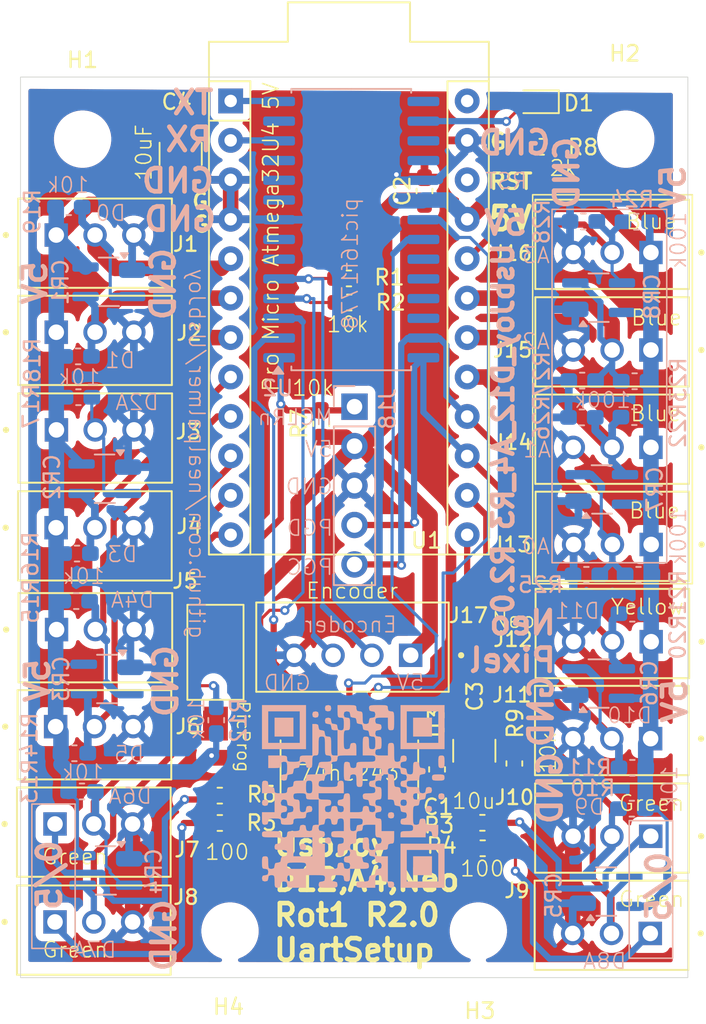
<source format=kicad_pcb>
(kicad_pcb (version 20241229) (generator "pcbnew") (generator_version "9.0")
  (layers (0 "F.Cu" signal) (2 "B.Cu" signal) (13 "F.Paste" user) (15 "B.Paste" user) (5 "F.SilkS" user "F.Silkscreen") (7 "B.SilkS" user "B.Silkscreen") (1 "F.Mask" user) (3 "B.Mask" user) (25 "Edge.Cuts" user))
  (net 0 "")
  (net 1 "/D2")
  (net 2 "GND")
  (net 3 "/V5")
  (net 4 "/D3")
  (net 5 "/D4")
  (net 6 "/D5")
  (net 7 "/D6")
  (net 8 "/D7")
  (net 9 "/D8")
  (net 10 "/D9")
  (net 11 "/D15")
  (net 12 "/D14")
  (net 13 "/D16")
  (net 14 "/D10")
  (net 15 "/A2")
  (net 16 "/A3")
  (net 17 "/RST")
  (net 18 "/RX")
  (net 19 "/A1")
  (net 20 "/TX")
  (net 21 "/A0")
  (net 28 "/ENC_B")
  (net 29 "/ENC_A")
  (net 34 "/ROUT_0")
  (net 35 "/ROUT_1")
  (net 36 "/ROUT_2")
  (net 37 "/ROUT_3")
  (net 38 "/MCLRn")
  (net 39 "/BOUT_0")
  (net 40 "/BOUT_1")
  (net 41 "/BOUT_2")
  (net 42 "/BOUT_3")
  (net 43 "/OUT_1")
  (net 44 "/OUT_0")
  (net 45 "/OUT_2")
  (net 46 "/OUT_3")
  (net 48 "Net-(D1-K)")
  (net 50 "Net-(D1-A)")
  (footprint "library:JST_B3B-XH-A" (layer "F.Cu") (at 129.12 75.055)
    (property "Reference" "J15")
    (property "Value" "B3B-XH-A")
  )
  (footprint "library:JST_B3B-XH-A" (layer "F.Cu") (at 129.0775 112.63)
    (property "Reference" "J9")
    (property "Value" "B3B-XH-A")
  )
  (footprint "library:JST_B3B-XH-A" (layer "F.Cu") (at 95.7625 100.36 180)
    (property "Reference" "J6")
    (property "Value" "B3B-XH-A")
  )
  (footprint "Capacitor_SMD:C_0603_1608Metric_Pad1.08x0.95mm_HandSolder" (layer "F.Cu") (at 120.76 106.03)
    (property "Reference" "R3")
    (property "Value" "100R 0603")
  )
  (footprint "Capacitor_SMD:C_0603_1608Metric_Pad1.08x0.95mm_HandSolder" (layer "F.Cu") (at 120.78 107.67)
    (property "Reference" "R4")
    (property "Value" "100R 0603")
  )
  (footprint "library:JST_B3B-XH-A" (layer "F.Cu") (at 95.8225 94.11 180)
    (property "Reference" "J5")
    (property "Value" "B3B-XH-A")
  )
  (footprint "library:JST_B3B-XH-A" (layer "F.Cu") (at 129.12 81.325)
    (property "Reference" "J14")
    (property "Value" "B3B-XH-A")
  )
  (footprint "library:JST_B4B-XH-A" (layer "F.Cu") (at 112.39 94.715)
    (property "Reference" "J17")
    (property "Value" "B4B-XH-A")
  )
  (footprint "MountingHole:MountingHole_3.2mm_M3" (layer "F.Cu") (at 120.4 113.01)
    (property "Reference" "H3")
    (property "Value" "MountingHole")
  )
  (footprint "LED_SMD:LED_0603_1608Metric" (layer "F.Cu") (at 124.2 59.59 180)
    (property "Reference" "D1")
    (property "Value" "LED")
  )
  (footprint "Capacitor_SMD:C_0603_1608Metric_Pad1.08x0.95mm_HandSolder" (layer "F.Cu") (at 112.1825 72.52 180)
    (property "Reference" "R2")
    (property "Value" "10k 0603")
  )
  (footprint "library:JST_B3B-XH-A" (layer "F.Cu") (at 95.8025 74.96 180)
    (property "Reference" "J2")
    (property "Value" "B3B-XH-A")
  )
  (footprint "Capacitor_SMD:C_0603_1608Metric_Pad1.08x0.95mm_HandSolder" (layer "F.Cu") (at 110.38 80.33 90)
    (property "Reference" "R7")
    (property "Value" "10k 0603")
  )
  (footprint "Capacitor_SMD:C_1210_3225Metric_Pad1.33x2.70mm_HandSolder" (layer "F.Cu") (at 120.24 101.39 90)
    (property "Reference" "C3")
    (property "Value" "100uF 1210")
  )
  (footprint "library:JST_B3B-XH-A" (layer "F.Cu") (at 129.1375 87.58)
    (property "Reference" "J13")
    (property "Value" "B3B-XH-A")
  )
  (footprint "library:JST_B3B-XH-A" (layer "F.Cu") (at 129.1375 93.84)
    (property "Reference" "J12")
    (property "Value" "B3B-XH-A")
  )
  (footprint "Capacitor_SMD:C_0603_1608Metric_Pad1.08x0.95mm_HandSolder" (layer "F.Cu") (at 122.82 102.21 90)
    (property "Reference" "R9")
    (property "Value" "10k 0603")
  )
  (footprint "Button_Switch_SMD:SW_SPST_FSMSM" (layer "F.Cu") (at 103.56 95.05 -90)
    (property "Reference" "SW1" (hide yes))
    (property "Value" "SW_Push/450-1140-ND")
  )
  (footprint "library:JST_B3B-XH-A" (layer "F.Cu") (at 95.8025 68.7 180)
    (property "Reference" "J1")
    (property "Value" "B3B-XH-A")
  )
  (footprint "Capacitor_SMD:C_0603_1608Metric_Pad1.08x0.95mm_HandSolder" (layer "F.Cu") (at 117.03 65.34 90)
    (property "Reference" "C2")
    (property "Value" "0.1uF 0603")
  )
  (footprint "library:JST_B3B-XH-A" (layer "F.Cu") (at 95.8125 81.25 180)
    (property "Reference" "J3")
    (property "Value" "B3B-XH-A")
  )
  (footprint "Capacitor_SMD:C_0603_1608Metric_Pad1.08x0.95mm_HandSolder" (layer "F.Cu") (at 103.84 104.28 180)
    (property "Reference" "R6")
    (property "Value" "100R 0603")
  )
  (footprint "library:JST_B3B-XH-A" (layer "F.Cu") (at 129.1 100.085)
    (property "Reference" "J11")
    (property "Value" "B3B-XH-A")
  )
  (footprint "Capacitor_SMD:C_0603_1608Metric_Pad1.08x0.95mm_HandSolder" (layer "F.Cu") (at 112.16 70.97 180)
    (property "Reference" "R1")
    (property "Value" "10k 0603")
  )
  (footprint "Package_SO:SO-14_3.9x8.65mm_P1.27mm" (layer "F.Cu") (at 112.19 102.6675 -90)
    (property "Reference" "U3")
    (property "Value" "CD74HC243M96")
  )
  (footprint "Capacitor_SMD:C_0603_1608Metric_Pad1.08x0.95mm_HandSolder" (layer "F.Cu") (at 103.8425 106.04 180)
    (property "Reference" "R5")
    (property "Value" "100R 0603")
  )
  (footprint "MountingHole:MountingHole_3.2mm_M3" (layer "F.Cu") (at 94.99 61.99)
    (property "Reference" "H1")
    (property "Value" "MountingHole")
  )
  (footprint "library:JST_B3B-XH-A" (layer "F.Cu") (at 129.12 68.775)
    (property "Reference" "J16")
    (property "Value" "B3B-XH-A")
  )
  (footprint "Capacitor_SMD:C_1210_3225Metric_Pad1.33x2.70mm_HandSolder" (layer "F.Cu") (at 101.32 62.94 -90)
    (property "Reference" "C4")
    (property "Value" "100uF 1210")
  )
  (footprint "Capacitor_SMD:C_0603_1608Metric_Pad1.08x0.95mm_HandSolder" (layer "F.Cu") (at 124.5825 62.49 180)
    (property "Reference" "R8")
    (property "Value" "1K 0603")
  )
  (footprint "library:JST_B3B-XH-A" (layer "F.Cu") (at 95.7225 106.63 180)
    (property "Reference" "J7")
    (property "Value" "B3B-XH-A")
  )
  (footprint "MountingHole:MountingHole_3.2mm_M3" (layer "F.Cu") (at 104.42 112.97)
    (property "Reference" "H4")
    (property "Value" "MountingHole")
  )
  (footprint "library:Sparkfun_Pro_Micro" (layer "F.Cu") (at 119.78 87.48 180)
    (property "Reference" "U1")
    (property "Value" "Sparkfun_Pro_Micro")
  )
  (footprint "library:JST_B3B-XH-A" (layer "F.Cu") (at 129.1075 106.37)
    (property "Reference" "J10")
    (property "Value" "B3B-XH-A")
  )
  (footprint "Capacitor_SMD:C_0603_1608Metric_Pad1.08x0.95mm_HandSolder" (layer "F.Cu") (at 117.84 102.59 90)
    (property "Reference" "C1")
    (property "Value" "0.1uF 0603")
  )
  (footprint "library:JST_B3B-XH-A" (layer "F.Cu") (at 95.7225 112.94 180)
    (property "Reference" "J8")
    (property "Value" "B3B-XH-A")
  )
  (footprint "MountingHole:MountingHole_3.2mm_M3" (layer "F.Cu") (at 130.01 61.95)
    (property "Reference" "H2")
    (property "Value" "MountingHole")
  )
  (footprint "library:JST_B3B-XH-A" (layer "F.Cu") (at 95.7925 87.55 180)
    (property "Reference" "J4")
    (property "Value" "B3B-XH-A")
  )
  (footprint "Package_TO_SOT_SMD:SOT-143_Handsoldering" (layer "B.Cu") (at 128.25 72.21)
    (property "Reference" "CR8")
    (property "Value" "DRTR5V0U2SR-7")
  )
  (footprint "library:github_qrcode" (layer "B.Cu") (at 112.44 104.33 180)
    (property "Reference" "G***" (hide yes))
    (property "Value" "LOGO" (hide yes))
  )
  (footprint "Capacitor_SMD:C_0603_1608Metric_Pad1.08x0.95mm_HandSolder" (layer "B.Cu") (at 127.19 77.55 180)
    (property "Reference" "R27")
    (property "Value" "100k 0603")
  )
  (footprint "Capacitor_SMD:C_0603_1608Metric_Pad1.08x0.95mm_HandSolder" (layer "B.Cu") (at 127.46 90.06 180)
    (property "Reference" "R25")
    (property "Value" "100k 0603")
  )
  (footprint "Package_TO_SOT_SMD:SOT-143_Handsoldering" (layer "B.Cu") (at 128.73 110.46)
    (property "Reference" "CR5")
    (property "Value" "DRTR5V0U2SR-7")
  )
  (footprint "Capacitor_SMD:C_0603_1608Metric_Pad1.08x0.95mm_HandSolder" (layer "B.Cu") (at 127.27 67.3 180)
    (property "Reference" "R28")
    (property "Value" "100k 0603")
  )
  (footprint "Capacitor_SMD:C_0603_1608Metric_Pad1.08x0.95mm_HandSolder" (layer "B.Cu") (at 94.71 75.99)
    (property "Reference" "R18")
    (property "Value" "10k 0603")
  )
  (footprint "Capacitor_SMD:C_0603_1608Metric_Pad1.08x0.95mm_HandSolder" (layer "B.Cu") (at 94.73 78.62)
    (property "Reference" "R17")
    (property "Value" "10k 0603")
  )
  (footprint "Package_TO_SOT_SMD:SOT-143_Handsoldering" (layer "B.Cu") (at 128.45 84.56)
    (property "Reference" "CR7")
    (property "Value" "DRTR5V0U2SR-7")
  )
  (footprint "Capacitor_SMD:C_0603_1608Metric_Pad1.08x0.95mm_HandSolder" (layer "B.Cu") (at 94.11 66.38)
    (property "Reference" "R19")
    (property "Value" "10k 0603")
  )
  (footprint "Capacitor_SMD:C_0603_1608Metric_Pad1.08x0.95mm_HandSolder" (layer "B.Cu") (at 130.55 79.9 180)
    (property "Reference" "R22")
    (property "Value" "100k 0603")
  )
  (footprint "Package_TO_SOT_SMD:SOT-143_Handsoldering" (layer "B.Cu") (at 128.25 97.06)
    (property "Reference" "CR6")
    (property "Value" "DRTR5V0U2SR-7")
  )
  (footprint "Capacitor_SMD:C_0603_1608Metric_Pad1.08x0.95mm_HandSolder" (layer "B.Cu") (at 94.64 88.69)
    (property "Reference" "R16")
    (property "Value" "10k 0603")
  )
  (footprint "Capacitor_SMD:C_0603_1608Metric_Pad1.08x0.95mm_HandSolder" (layer "B.Cu") (at 127.17 79.92 180)
    (property "Reference" "R26")
    (property "Value" "100k 0603")
  )
  (footprint "Capacitor_SMD:C_0603_1608Metric_Pad1.08x0.95mm_HandSolder" (layer "B.Cu") (at 94.59 91.75)
    (property "Reference" "R15")
    (property "Value" "10k 0603")
  )
  (footprint "Capacitor_SMD:C_0603_1608Metric_Pad1.08x0.95mm_HandSolder" (layer "B.Cu") (at 130.82 90.06 180)
    (property "Reference" "R21")
    (property "Value" "100k 0603")
  )
  (footprint "Capacitor_SMD:C_0603_1608Metric_Pad1.08x0.95mm_HandSolder" (layer "B.Cu") (at 130.4225 102.49 180)
    (property "Reference" "R11")
    (property "Value" "10k 0603")
  )
  (footprint "Capacitor_SMD:C_0603_1608Metric_Pad1.08x0.95mm_HandSolder" (layer "B.Cu") (at 130.57 77.59 180)
    (property "Reference" "R23")
    (property "Value" "100k 0603")
  )
  (footprint "Package_TO_SOT_SMD:SOT-143_Handsoldering" (layer "B.Cu") (at 96.69 71.1875 180)
    (property "Reference" "CR1")
    (property "Value" "DRTR5V0U2SR-7")
  )
  (footprint "Connector_PinSocket_2.54mm:PinSocket_1x05_P2.54mm_Vertical" (layer "B.Cu") (at 112.52 79.23 180)
    (property "Reference" "J18")
    (property "Value" "Conn_01x05")
  )
  (footprint "Package_SO:SOIC-28W_7.5x17.9mm_P1.27mm" (layer "B.Cu") (at 112.31 67.825)
    (property "Reference" "U2")
    (property "Value" "PIC16F76-ISO")
  )
  (footprint "Capacitor_SMD:C_0603_1608Metric_Pad1.08x0.95mm_HandSolder" (layer "B.Cu") (at 130.39 105.12 180)
    (property "Reference" "R10")
    (property "Value" "10k 0603")
  )
  (footprint "Package_TO_SOT_SMD:SOT-143_Handsoldering" (layer "B.Cu") (at 96.58 96.7675 180)
    (property "Reference" "CR3")
    (property "Value" "DRTR5V0U2SR-7")
  )
  (footprint "Capacitor_SMD:C_0603_1608Metric_Pad1.08x0.95mm_HandSolder" (layer "B.Cu") (at 103.61 99.42 90)
    (property "Reference" "R12")
    (property "Value" "10k 0603")
  )
  (footprint "Capacitor_SMD:C_0603_1608Metric_Pad1.08x0.95mm_HandSolder" (layer "B.Cu") (at 130.68 67.32 180)
    (property "Reference" "R24")
    (property "Value" "100k 0603")
  )
  (footprint "Package_TO_SOT_SMD:SOT-143_Handsoldering" (layer "B.Cu") (at 96.5 109.0975 180)
    (property "Reference" "CR4")
    (property "Value" "DRTR5V0U2SR-7")
  )
  (footprint "Capacitor_SMD:C_0603_1608Metric_Pad1.08x0.95mm_HandSolder" (layer "B.Cu") (at 94.96 104.01)
    (property "Reference" "R13")
    (property "Value" "10k 0603")
  )
  (footprint "Capacitor_SMD:C_0603_1608Metric_Pad1.08x0.95mm_HandSolder" (layer "B.Cu") (at 94.47 101.55)
    (property "Reference" "R14")
    (property "Value" "10k 0603")
  )
  (footprint "Capacitor_SMD:C_0603_1608Metric_Pad1.08x0.95mm_HandSolder" (layer "B.Cu") (at 130.42 92.56 180)
    (property "Reference" "R20")
    (property "Value" "10k 0603")
  )
  (footprint "Package_TO_SOT_SMD:SOT-143_Handsoldering" (layer "B.Cu") (at 96.43 83.87 180)
    (property "Reference" "CR2")
    (property "Value" "DRTR5V0U2SR-7")
  )
  (gr_rect (start 124 65.58) (end 134.29 90.63) (stroke (width 0.1)) (fill no) (layer "F.SilkS"))
  (gr_rect (start 130.22 105.89) (end 133.02 114.75) (stroke (width 0.1)) (fill no) (layer "B.SilkS"))
  (gr_rect (start 91.73 104.82) (end 94.52 114.12) (stroke (width 0.1)) (fill no) (layer "B.SilkS"))
  (gr_rect (start 125.25 66.52) (end 132.64 89.28) (stroke (width 0.1)) (fill no) (layer "B.SilkS"))
  (gr_rect (start 91 58) (end 134 116) (stroke (width 0.05)) (fill no) (layer "Edge.Cuts"))
  (gr_text "100" (at 119.26 109.57 0) (layer "F.SilkS") (effects (font (size 1 1) (thickness 0.1)) (justify left bottom)))
  (gr_text "G" (at 121.14 62.74 0) (layer "F.SilkS") (effects (font (size 1 1) (thickness 0.2) (bold yes)) (justify left bottom)))
  (gr_text "Pro Micro Atmega32U4 5V" (at 107.72 78.34 90) (layer "F.SilkS") (effects (font (size 1 1) (thickness 0.1)) (justify left bottom)))
  (gr_text "Encoder" (at 109.33 91.67 0) (layer "F.SilkS") (effects (font (size 1 1) (thickness 0.1)) (justify left bottom)))
  (gr_text "PicProg" (at 104.88 98.11 270) (layer "F.SilkS") (effects (font (size 0.8 0.8) (thickness 0.1)) (justify left bottom)))
  (gr_text "Neo" (at 121.3 93.56 0) (layer "F.SilkS") (effects (font (size 1 1) (thickness 0.1)) (justify left bottom)))
  (gr_text "100" (at 102.82 108.5 0) (layer "F.SilkS") (effects (font (size 1 1) (thickness 0.1)) (justify left bottom)))
  (gr_text "Blue" (at 130.14 86.51 0) (layer "F.SilkS") (effects (font (size 1 1) (thickness 0.1)) (justify left bottom)))
  (gr_text "10uF" (at 99.53 64.76 90) (layer "F.SilkS") (effects (font (size 1 1) (thickness 0.1)) (justify left bottom)))
  (gr_text "G" (at 101.95 66.6 0) (layer "F.SilkS") (effects (font (size 1 1) (thickness 0.2) (bold yes)) (justify left bottom)))
  (gr_text "Yellow" (at 128.97 92.7 0) (layer "F.SilkS") (effects (font (size 1 1) (thickness 0.1)) (justify left bottom)))
  (gr_text "10u" (at 118.74 105.21 0) (layer "F.SilkS") (effects (font (size 1 1) (thickness 0.1)) (justify left bottom)))
  (gr_text "Green" (at 129.48 111.53 0) (layer "F.SilkS") (effects (font (size 1 1) (thickness 0.1)) (justify left bottom)))
  (gr_text "Blue" (at 130.27 74.08 0) (layer "F.SilkS") (effects (font (size 1 1) (thickness 0.1)) (justify left bottom)))
  (gr_text "Blue" (at 130.23 80.25 0) (layer "F.SilkS") (effects (font (size 1 1) (thickness 0.1)) (justify left bottom)))
  (gr_text "UsbJoy\nD12,A4,Neo\nRot1 R2.0\nUartSetup" (at 107.18 115.04 0) (layer "F.SilkS") (effects (font (size 1.4 1.4) (thickness 0.3) (bold yes)) (justify left bottom)))
  (gr_text "Blue" (at 129.93 67.88 0) (layer "F.SilkS") (effects (font (size 1 1) (thickness 0.1)) (justify left bottom)))
  (gr_text "G" (at 101.99 68.07 0) (layer "F.SilkS") (effects (font (size 1 1) (thickness 0.2) (bold yes)) (justify left bottom)))
  (gr_text "Green" (at 129.48 105.35 0) (layer "F.SilkS") (effects (font (size 1 1) (thickness 0.1)) (justify left bottom)))
  (gr_text "10k" (at 110.66 74.52 0) (layer "F.SilkS") (effects (font (size 1 1) (thickness 0.1)) (justify left bottom)))
  (gr_text "Green" (at 92.34 114.79 0) (layer "F.SilkS") (effects (font (size 1 1) (thickness 0.1)) (justify left bottom)))
  (gr_text "74hc243" (at 108.83 103.4 0) (layer "F.SilkS") (effects (font (size 1 1) (thickness 0.1)) (justify left bottom)))
  (gr_text "RST" (at 121.12 65.31 0) (layer "F.SilkS") (effects (font (size 1 1) (thickness 0.2) (bold yes)) (justify left bottom)))
  (gr_text "Green" (at 92.33 108.79 0) (layer "F.SilkS") (effects (font (size 1 1) (thickness 0.1)) (justify left bottom)))
  (gr_text "10k" (at 125.58 102.93 90) (layer "F.SilkS") (effects (font (size 1 1) (thickness 0.1)) (justify left bottom)))
  (gr_text "5V" (at 121.01 68 0) (layer "F.SilkS") (effects (font (size 1.5 1.5) (thickness 0.3) (bold yes)) (justify left bottom)))
  (gr_text "10k" (at 108.43 78.61 0) (layer "F.SilkS") (effects (font (size 1 1) (thickness 0.1)) (justify left bottom)))
  (gr_text "2k" (at 125.02 64.45 0) (layer "F.SilkS") (effects (font (size 1 1) (thickness 0.1)) (justify left bottom)))
  (gr_text "RX" (at 103.5 62.9 0) (layer "B.SilkS") (effects (font (size 1.5 1.5) (thickness 0.3) (bold yes)) (justify left bottom mirror)))
  (gr_text "GND" (at 109.78 97.61 0) (layer "B.SilkS") (effects (font (size 1 1) (thickness 0.1)) (justify left bottom mirror)))
  (gr_text "GND" (at 101.07 68.85 90) (layer "B.SilkS") (effects (font (size 1.5 1.5) (thickness 0.3) (bold yes)) (justify left bottom mirror)))
  (gr_text "GND" (at 101.23 94.42 90) (layer "B.SilkS") (effects (font (size 1.5 1.5) (thickness 0.3) (bold yes)) (justify left bottom mirror)))
  (gr_text "D11" (at 128.39 92.97 0) (layer "B.SilkS") (effects (font (size 1 1) (thickness 0.1)) (justify left bottom mirror)))
  (gr_text "Neo\nPixel" (at 125.65 96.44 0) (layer "B.SilkS") (effects (font (size 1.5 1.5) (thickness 0.3) (bold yes)) (justify left bottom mirror)))
  (gr_text "D2A" (at 99.98 79.53 0) (layer "B.SilkS") (effects (font (size 1 1) (thickness 0.1)) (justify left bottom mirror)))
  (gr_text "5V" (at 133.93 63.52 90) (layer "B.SilkS") (effects (font (size 1.5 1.5) (thickness 0.3) (bold yes)) (justify left bottom mirror)))
  (gr_text "10k" (at 95.48 65.54 0) (layer "B.SilkS") (effects (font (size 1 1) (thickness 0.1)) (justify left bottom mirror)))
  (gr_text "D3" (at 98.6 89.32 0) (layer "B.SilkS") (effects (font (size 1 1) (thickness 0.1)) (justify left bottom mirror)))
  (gr_text "TX" (at 103.59 60.52 0) (layer "B.SilkS") (effects (font (size 1.5 1.5) (thickness 0.3) (bold yes)) (justify left bottom mirror)))
  (gr_text "D10" (at 131.77 99.7 0) (layer "B.SilkS") (effects (font (size 1 1) (thickness 0.1)) (justify left bottom mirror)))
  (gr_text "D9" (at 128.68 105.59 0) (layer "B.SilkS") (effects (font (size 1 1) (thickness 0.1)) (justify left bottom mirror)))
  (gr_text "GND" (at 125.42 96.36 90) (layer "B.SilkS") (effects (font (size 1.5 1.5) (thickness 0.3) (bold yes)) (justify left bottom mirror)))
  (gr_text "10k" (at 133.4 102.28 90) (layer "B.SilkS") (effects (font (size 1 1) (thickness 0.1)) (justify left bottom mirror)))
  (gr_text "D1" (at 98.46 76.83 0) (layer "B.SilkS") (effects (font (size 1 1) (thickness 0.1)) (justify left bottom mirror)))
  (gr_text "10k" (at 102.92 97.94 90) (layer "B.SilkS") (effects (font (size 1 1) (thickness 0.1)) (justify left bottom mirror)))
  (gr_text "100k" (at 133.97 85.7 90) (layer "B.SilkS") (effects (font (size 1 1) (thickness 0.1)) (justify left bottom mirror)))
  (gr_text "Encoder" (at 115.32 93.85 0) (layer "B.SilkS") (effects (font (size 1 1) (thickness 0.1)) (justify left bottom mirror)))
  (gr_text "GND" (at 125.31 63.11 0) (layer "B.SilkS") (effects (font (size 1.5 1.5) (thickness 0.3) (bold yes)) (justify left bottom mirror)))
  (gr_text "10k" (at 96.21 77.92 0) (layer "B.SilkS") (effects (font (size 1 1) (thickness 0.1)) (justify left bottom mirror)))
  (gr_text "GND" (at 126 101.31 90) (layer "B.SilkS") (effects (font (size 1.5 1.5) (thickness 0.3) (bold yes)) (justify left bottom mirror)))
  (gr_text "5V" (at 92.98 95.32 90) (layer "B.SilkS") (effects (font (size 1.5 1.5) (thickness 0.3) (bold yes)) (justify left bottom mirror)))
  (gr_text "A2" (at 125.18 75.61 0) (layer "B.SilkS") (effects (font (size 1 1) (thickness 0.1)) (justify left bottom mirror)))
  (gr_text "GND" (at 101.11 110.79 90) (layer "B.SilkS") (effects (font (size 1.5 1.5) (thickness 0.3) (bold yes)) (justify left bottom mirror)))
  (gr_text "5V" (at 123.82 68.28 0) (layer "B.SilkS") (effects (font (size 1.5 1.5) (thickness 0.3) (bold yes)) (justify left bottom mirror)))
  (gr_text "5V" (at 117.09 97.57 0) (layer "B.SilkS") (effects (font (size 1 1) (thickness 0.1)) (justify left bottom mirror)))
  (gr_text "0/5" (at 93.74 106.99 90) (layer "B.SilkS") (effects (font (size 1.5 1.5) (thickness 0.3) (bold yes)) (justify left bottom mirror)))
  (gr_text "UsbJoy_D12_A4_R3 R2.0" (at 122.86 68.56 90) (layer "B.SilkS") (effects (font (size 1.3 1.3) (thickness 0.3) (bold yes)) (justify left bottom mirror)))
  (gr_text "RST" (at 123.72 65.28 0) (layer "B.SilkS") (effects (font (size 1 1) (thickness 0.1)) (justify left bottom mirror)))
  (gr_text "D6A" (at 99.54 104.88 0) (layer "B.SilkS") (effects (font (size 1 1) (thickness 0.1)) (justify left bottom mirror)))
  (gr_text "MCLRn" (at 111.19 80.5 0) (layer "B.SilkS") (effects (font (size 1 1) (thickness 0.1)) (justify left bottom mirror)))
  (gr_text "A1" (at 125.25 82.58 0) (layer "B.SilkS") (effects (font (size 1 1) (thickness 0.1)) (justify left bottom mirror)))
  (gr_text "pic16f1778" (at 112.82 65.7 90) (layer "B.SilkS") (effects (font (size 1 1) (thickness 0.1)) (justify left bottom mirror)))
  (gr_text "5V" (at 111.19 82.55 0) (layer "B.SilkS") (effects (font (size 1 1) (thickness 0.1)) (justify left bottom mirror)))
  (gr_text "D8A\n" (at 130.11 115.52 0) (layer "B.SilkS") (effects (font (size 1 1) (thickness 0.1)) (justify left bottom mirror)))
  (gr_text "PGD" (at 111.21 87.63 0) (layer "B.SilkS") (effects (font (size 1 1) (thickness 0.1)) (justify left bottom mirror)))
  (gr_text "10k" (at 96.44 103.37 0) (layer "B.SilkS") (effects (font (size 1 1) (thickness 0.1)) (justify left bottom mirror)))
  (gr_text "0/5" (at 133.01 107.73 90) (layer "B.SilkS") (effects (font (size 1.5 1.5) (thickness 0.3) (bold yes)) (justify left bottom mirror)))
  (gr_text "github.com/nealpalmer/UsbJoy" (at 101.77 94.25 270) (layer "B.SilkS") (effects (font (size 1 1) (thickness 0.1)) (justify left bottom mirror)))
  (gr_text "D0" (at 97.85 67.35 0) (layer "B.SilkS") (effects (font (size 1 1) (thickness 0.1)) (justify left bottom mirror)))
  (gr_text "A0" (at 125.18 88.81 0) (layer "B.SilkS") (effects (font (size 1 1) (thickness 0.1)) (justify left bottom mirror)))
  (gr_text "GND" (at 103.77 68.03 0) (layer "B.SilkS") (effects (font (size 1.5 1.5) (thickness 0.3) (bold yes)) (justify left bottom mirror)))
  (gr_text "D4A" (at 99.69 92.26 0) (layer "B.SilkS") (effects (font (size 1 1) (thickness 0.1)) (justify left bottom mirror)))
  (gr_text "GND" (at 103.62 65.56 0) (layer "B.SilkS") (effects (font (size 1.5 1.5) (thickness 0.3) (bold yes)) (justify left bottom mirror)))
  (gr_text "100k" (at 133.97 66.62 90) (layer "B.SilkS") (effects (font (size 1 1) (thickness 0.1)) (justify left bottom mirror)))
  (gr_text "10k" (at 96.5 90.73 0) (layer "B.SilkS") (effects (font (size 1 1) (thickness 0.1)) (justify left bottom mirror)))
  (gr_text "5V" (at 134.03 96.63 90) (layer "B.SilkS") (effects (font (size 1.5 1.5) (thickness 0.3) (bold yes)) (justify left bottom mirror)))
  (gr_text "D7A" (at 97.25 114.8 0) (layer "B.SilkS") (effects (font (size 1 1) (thickness 0.1)) (justify left bottom mirror)))
  (gr_text "5V" (at 92.79 69.7 90) (layer "B.SilkS") (effects (font (size 1.5 1.5) (thickness 0.3) (bold yes)) (justify left bottom mirror)))
  (gr_text "GND" (at 127.08 61.69 90) (layer "B.SilkS") (effects (font (size 1.5 1.5) (thickness 0.3) (bold yes)) (justify left bottom mirror)))
  (gr_text "PGC" (at 111.21 90.15 0) (layer "B.SilkS") (effects (font (size 1 1) (thickness 0.1)) (justify left bottom mirror)))
  (gr_text "GND" (at 111.19 84.96 0) (layer "B.SilkS") (effects (font (size 1 1) (thickness 0.1)) (justify left bottom mirror)))
  (gr_text "100k" (at 130.403733 79.39 0) (layer "B.SilkS") (effects (font (size 1 1) (thickness 0.1)) (justify left bottom mirror)))
  (gr_text "D5" (at 99.04 102.19 0) (layer "B.SilkS") (effects (font (size 1 1) (thickness 0.1)) (justify left bottom mirror)))
  (gr_text "A3" (at 125.18 70.07 0) (layer "B.SilkS") (effects (font (size 1 1) (thickness 0.1)) (justify left bottom mirror)))
  (segment (start 103.92 70.32) (end 97.09 70.32) (width 1) (layer "F.Cu") (net 1))
  (segment (start 97.09 70.32) (end 95.8025 69.0325) (width 1) (layer "F.Cu") (net 1))
  (segment (start 104.54 69.7) (end 103.92 70.32) (width 1) (layer "F.Cu") (net 1))
  (segment (start 95.8025 69.0325) (end 95.8025 68.175) (width 1) (layer "F.Cu") (net 1))
  (segment (start 98.19 72.1375) (end 96.9375 72.1375) (width 0.5) (layer "B.Cu") (net 1))
  (segment (start 94.9725 67.345) (end 94.9725 66.38) (width 0.5) (layer "B.Cu") (net 1))
  (segment (start 95.8025 68.175) (end 94.9725 67.345) (width 0.5) (layer "B.Cu") (net 1))
  (segment (start 96.78 71.98) (end 96.78 69.1525) (width 0.2) (layer "B.Cu") (net 1))
  (segment (start 96.78 69.1525) (end 95.8025 68.175) (width 0.5) (layer "B.Cu") (net 1))
  (segment (start 96.9375 72.1375) (end 96.78 71.98) (width 0.2) (layer "B.Cu") (net 1))
  (segment (start 117.535 101.7275) (end 116 100.1925) (width 0.2) (layer "F.Cu") (net 2))
  (segment (start 115.22 64.28) (end 116.8325 64.28) (width 0.2) (layer "F.Cu") (net 2))
  (segment (start 114.73 106.117499) (end 115.451501 106.839) (width 0.4) (layer "F.Cu") (net 2))
  (segment (start 116.8325 64.28) (end 117.03 64.4775) (width 0.2) (layer "F.Cu") (net 2))
  (segment (start 108.38 101.167499) (end 108.940001 101.7275) (width 0.2) (layer "F.Cu") (net 2))
  (segment (start 114.73 105.1425) (end 114.73 106.117499) (width 0.2) (layer "F.Cu") (net 2))
  (segment (start 126.87 107.06) (end 126.5775 107.3525) (width 0.2) (layer "F.Cu") (net 2))
  (segment (start 98.28 106.2) (end 98.2225 106.2575) (width 0.2) (layer "F.Cu") (net 2))
  (segment (start 126.6075 106.895) (end 126.705 106.895) (width 0.2) (layer "F.Cu") (net 2))
  (segment (start 119.88 62.08) (end 119.93 62.13) (width 0.2) (layer "F.Cu") (net 2))
  (segment (start 98.2225 106.2575) (end 98.2225 112.415) (width 1) (layer "F.Cu") (net 2))
  (segment (start 108.940001 101.7275) (end 117.84 101.7275) (width 0.2) (layer "F.Cu") (net 2))
  (segment (start 114.73 105.1425) (end 114.73 104.76) (width 0.2) (layer "F.Cu") (net 2))
  (segment (start 98.2225 106.105) (end 98.2225 106.1425) (width 0.2) (layer "F.Cu") (net 2))
  (segment (start 98.2225 106.1425) (end 98.28 106.2) (width 0.2) (layer "F.Cu") (net 2))
  (segment (start 108.38 100.1925) (end 108.38 101.167499) (width 0.2) (layer "F.Cu") (net 2))
  (segment (start 126.5775 107.3525) (end 126.5775 113.155) (width 1) (layer "F.Cu") (net 2))
  (segment (start 117.84 101.7275) (end 117.535 101.7275) (width 0.2) (layer "F.Cu") (net 2))
  (segment (start 117.84 101.7275) (end 117.7625 101.7275) (width 0.2) (layer "F.Cu") (net 2))
  (segment (start 115.451501 106.839) (end 116.361 106.839) (width 0.2) (layer "F.Cu") (net 2))
  (segment (start 126.705 106.895) (end 126.87 107.06) (width 0.2) (layer "F.Cu") (net 2))
  (segment (start 104.54 64.62) (end 104.54 67.16) (width 1) (layer "F.Cu") (net 2))
  (segment (start 119.93 62.13) (end 119.93 62.03) (width 0.2) (layer "F.Cu") (net 2))
  (segment (start 119.78 62.08) (end 119.88 62.08) (width 0.2) (layer "F.Cu") (net 2))
  (via (at 115.22 64.28) (size 0.6) (drill 0.3) (layers "F.Cu" "B.Cu") (net 2))
  (segment (start 98.3125 87.005) (end 98.2925 87.025) (width 0.2) (layer "B.Cu") (net 2))
  (segment (start 98.19 68.2875) (end 98.3025 68.175) (width 0.2) (layer "B.Cu") (net 2))
  (segment (start 98.2225 99.875) (end 98.2625 99.835) (width 0.2) (layer "B.Cu") (net 2))
  (segment (start 126.6 106.8875) (end 126.6075 106.895) (width 0.2) (layer "B.Cu") (net 2))
  (segment (start 126.6375 94.365) (end 126.6375 88.105) (width 0.5) (layer "B.Cu") (net 2))
  (segment (start 98 108.3475) (end 98 106.3275) (width 0.5) (layer "B.Cu") (net 2))
  (segment (start 99.9775 95.24) (end 98.3225 93.585) (width 0.5) (layer "B.Cu") (net 2))
  (segment (start 119.78 62.08) (end 126.62 68.92) (width 0.5) (layer "B.Cu") (net 2))
  (segment (start 115.4125 64.4725) (end 115.4125 64.4775) (width 0.2) (layer "B.Cu") (net 2))
  (segment (start 126.6075 113.125) (end 126.5775 113.155) (width 0.2) (layer "B.Cu") (net 2))
  (segment (start 107.63 67.16) (end 107.66 67.19) (width 0.2) (layer "B.Cu") (net 2))
  (segment (start 119.615001 62.244999) (end 119.78 62.08) (width 0.5) (layer "B.Cu") (net 2))
  (segment (start 119.615001 62.854999) (end 119.615001 62.244999) (width 0.5) (layer "B.Cu") (net 2))
  (segment (start 98.3025 80.715) (end 98.3125 80.725) (width 0.2) (layer "B.Cu") (net 2))
  (segment (start 126.6 100.61) (end 126.6 106.8875) (width 0.5) (layer "B.Cu") (net 2))
  (segment (start 99.3175 67.16) (end 98.3025 68.175) (width 0.5) (layer "B.Cu") (net 2))
  (segment (start 104.54 67.16) (end 107.63 67.16) (width 0.5) (layer "B.Cu") (net 2))
  (segment (start 98.08 96.0175) (end 98.08 93.8275) (width 0.5) (layer "B.Cu") (net 2))
  (segment (start 126.62 88.0875) (end 126.6375 88.105) (width 0.2) (layer "B.Cu") (net 2))
  (segment (start 97.93 83.12) (end 97.93 81.1075) (width 0.5) (layer "B.Cu") (net 2))
  (segment (start 97.93 81.1075) (end 98.3125 80.725) (width 0.2) (layer "B.Cu") (net 2))
  (segment (start 98.2925 93.555) (end 98.3225 93.585) (width 0.2) (layer "B.Cu") (net 2))
  (segment (start 115.22 64.28) (end 115.4125 64.4725) (width 0.2) (layer "B.Cu") (net 2))
  (segment (start 104.54 67.16) (end 99.3175 67.16) (width 0.5) (layer "B.Cu") (net 2))
  (segment (start 126.62 68.92) (end 126.62 69.3) (width 0.2) (layer "B.Cu") (net 2))
  (segment (start 98.3025 74.435) (end 98.3025 80.715) (width 0.5) (layer "B.Cu") (net 2))
  (segment (start 98.3225 99.775) (end 98.2625 99.835) (width 0.2) (layer "B.Cu") (net 2))
  (segment (start 98.2925 87.025) (end 98.2925 93.555) (width 0.5) (layer "B.Cu") (net 2))
  (segment (start 126.5775 113.155) (end 126.5775 111.1425) (width 0.5) (layer "B.Cu") (net 2))
  (segment (start 117.984999 64.485001) (end 119.615001 62.854999) (width 0.5) (layer "B.Cu") (net 2))
  (segment (start 98 106.3275) (end 98.2225 106.105) (width 0.2) (layer "B.Cu") (net 2))
  (segment (start 126.4075 67.3) (end 126.4075 69.0875) (width 0.5) (layer "B.Cu") (net 2))
  (segment (start 98.19 70.4375) (end 98.19 68.2875) (width 0.5) (layer "B.Cu") (net 2))
  (segment (start 115.4125 64.4775) (end 115.24 64.65) (width 0.2) (layer "B.Cu") (net 2))
  (segment (start 117.984999 64.65) (end 117.984999 64.485001) (width 0.5) (layer "B.Cu") (net 2))
  (segment (start 126.6375 100.5725) (end 126.6 100.61) (width 0.2) (layer "B.Cu") (net 2))
  (segment (start 115.24 64.65) (end 116.96 64.65) (width 0.2) (layer "B.Cu") (net 2))
  (segment (start 126.4075 69.0875) (end 126.62 69.3) (width 0.2) (layer "B.Cu") (net 2))
  (segment (start 119.78 62.854999) (end 119.78 62.08) (width 0.2) (layer "B.Cu") (net 2))
  (segment (start 108.64 95.24) (end 99.9775 95.24) (width 0.5) (layer "B.Cu") (net 2))
  (segment (start 98.08 93.8275) (end 98.3225 93.585) (width 0.2) (layer "B.Cu") (net 2))
  (segment (start 116.96 64.65) (end 117.984999 64.65) (width 0.2) (layer "B.Cu") (net 2))
  (segment (start 119.34 102.9525) (end 118.84 103.4525) (width 0.2) (layer "F.Cu") (net 3))
  (segment (start 114.46 72.46) (end 114.46 80.392) (width 1) (layer "F.Cu") (net 3))
  (segment (start 115.2 65.94) (end 116.7675 65.94) (width 1) (layer "F.Cu") (net 3))
  (segment (start 119.86 67.2) (end 120.86 66.2) (width 1) (layer "F.Cu") (net 3))
  (segment (start 113.045 72.52) (end 113.045 70.9925) (width 0.2) (layer "F.Cu") (net 3))
  (segment (start 116 103.49) (end 115.26 102.75) (width 1) (layer "F.Cu") (net 3))
  (segment (start 96.51 66.21) (end 101.32 61.4) (width 1) (layer "F.Cu") (net 3))
  (segment (start 93.3025 68.175) (end 93.435 68.175) (width 1) (layer "F.Cu") (net 3))
  (segment (start 117.391 93.989) (end 116.14 95.24) (width 1) (layer "F.Cu") (net 3))
  (segment (start 108.23 102.75) (end 107.32 101.84) (width 1) (layer "F.Cu") (net 3))
  (segment (start 122.8225 103.0725) (end 122.7025 102.9525) (width 0.2) (layer "F.Cu") (net 3))
  (segment (start 115.26 102.75) (end 108.23 102.75) (width 1) (layer "F.Cu") (net 3))
  (segment (start 105.293699 92.176301) (end 105.293699 101.496301) (width 1) (layer "F.Cu") (net 3))
  (segment (start 114.46 80.392) (end 113.082 81.77) (width 1) (layer "F.Cu") (net 3))
  (segment (start 114.4 72.52) (end 114.46 72.46) (width 0.2) (layer "F.Cu") (net 3))
  (segment (start 113.045 70.9925) (end 113.0225 70.97) (width 0.2) (layer "F.Cu") (net 3))
  (segment (start 116 105.1425) (end 116 103.49) (width 1) (layer "F.Cu") (net 3))
  (segment (start 119.78 67.16) (end 119.82 67.16) (width 1) (layer "F.Cu") (net 3))
  (segment (start 114.46 66.68) (end 114.46 70.98) (width 1) (layer "F.Cu") (net 3))
  (segment (start 93.44 68.18) (end 94.047681 67.572319) (width 1) (layer "F.Cu") (net 3))
  (segment (start 115.2 65.94) (end 114.46 66.68) (width 1) (layer "F.Cu") (net 3))
  (segment (start 122.7025 102.9525) (end 120.24 102.9525) (width 0.2) (layer "F.Cu") (net 3))
  (segment (start 117.84 103.4525) (end 117.69 103.4525) (width 1) (layer "F.Cu") (net 3))
  (segment (start 107.32 101.84) (end 103.54 101.84) (width 1) (layer "F.Cu") (net 3))
  (segment (start 108.89 88.58) (end 105.293699 92.176301) (width 1) (layer "F.Cu") (net 3))
  (segment (start 117.69 103.4525) (end 116 105.1425) (width 1) (layer "F.Cu") (net 3))
  (segment (start 114.45 70.97) (end 114.46 70.98) (width 0.2) (layer "F.Cu") (net 3))
  (segment (start 94.047681 67.562319) (end 95.4 66.21) (width 1) (layer "F.Cu") (net 3))
  (segment (start 122.82 103.0725) (end 122.8225 103.0725) (width 0.2) (layer "F.Cu") (net 3))
  (segment (start 103.45 101.84) (end 103.31 101.7) (width 1) (layer "F.Cu") (net 3))
  (segment (start 94.047681 67.572319) (end 94.047681 67.562319) (width 1) (layer "F.Cu") (net 3))
  (segment (start 111.9425 81.1925) (end 112.52 81.77) (width 1) (layer "F.Cu") (net 3))
  (segment (start 105.293699 101.496301) (end 104.95 101.84) (width 1) (layer "F.Cu") (net 3))
  (segment (start 112.52 81.77) (end 108.89 85.4) (width 1) (layer "F.Cu") (net 3))
  (segment (start 95.4 66.21) (end 96.51 66.21) (width 1) (layer "F.Cu") (net 3))
  (segment (start 104.95 101.84) (end 103.54 101.84) (width 1) (layer "F.Cu") (net 3))
  (segment (start 120.86 66.2) (end 128.52 66.2) (width 1) (layer "F.Cu") (net 3))
  (segment (start 103.54 101.84) (end 103.45 101.84) (width 1) (layer "F.Cu") (net 3))
  (segment (start 112.915628 81.77) (end 117.391 86.245372) (width 1) (layer "F.Cu") (net 3))
  (segment (start 110.38 81.1925) (end 111.9425 81.1925) (width 1) (layer "F.Cu") (net 3))
  (segment (start 118.84 103.4525) (end 117.84 103.4525) (width 1) (layer "F.Cu") (net 3))
  (segment (start 119.82 67.16) (end 119.86 67.2) (width 1) (layer "F.Cu") (net 3))
  (segment (start 113.045 72.52) (end 114.4 72.52) (width 0.2) (layer "F.Cu") (net 3))
  (segment (start 113.0225 70.97) (end 114.45 70.97) (width 0.2) (layer "F.Cu") (net 3))
  (segment (start 116.7675 65.94) (end 117.03 66.2025) (width 1) (layer "F.Cu") (net 3))
  (segment (start 93.435 68.175) (end 93.44 68.18) (width 1) (layer "F.Cu") (net 3))
  (segment (start 128.52 66.2) (end 131.62 69.3) (width 1) (layer "F.Cu") (net 3))
  (segment (start 101.32 61.4) (end 101.32 61.3775) (width 1) (layer "F.Cu") (net 3))
  (segment (start 114.46 70.98) (end 114.46 72.46) (width 1) (layer "F.Cu") (net 3))
  (segment (start 120.24 102.9525) (end 119.34 102.9525) (width 0.2) (layer "F.Cu") (net 3))
  (segment (start 120.4325 67.16) (end 119.78 67.16) (width 0.2) (layer "F.Cu") (net 3))
  (segment (start 108.89 85.4) (end 108.89 88.58) (width 1) (layer "F.Cu") (net 3))
  (segment (start 117.391 86.245372) (end 117.391 93.989) (width 1) (layer "F.Cu") (net 3))
  (segment (start 112.52 81.77) (end 113.082 81.77) (width 1) (layer "F.Cu") (net 3))
  (segment (start 112.52 81.77) (end 112.915628 81.77) (width 1) (layer "F.Cu") (net 3))
  (via (at 115.2 65.94) (size 0.6) (drill 0.3) (layers "F.Cu" "B.Cu") (net 3))
  (via (at 103.31 101.7) (size 0.6) (drill 0.3) (layers "F.Cu" "B.Cu") (net 3))
  (segment (start 131.285 102.49) (end 131.285 100.925) (width 1) (layer "B.Cu") (net 3))
  (segment (start 93.6075 101.66) (end 93.6075 100.18) (width 1) (layer "B.Cu") (net 3))
  (segment (start 131.2525 102.5675) (end 131.2525 105.12) (width 1) (layer "B.Cu") (net 3))
  (segment (start 132.6625 108.9775) (end 132.6625 110.2175) (width 0.5) (layer "B.Cu") (net 3))
  (segment (start 94.6675 107.815) (end 94.6675 104.58) (width 0.2) (layer "B.Cu") (net 3))
  (segment (start 94.93 82.92) (end 93.3125 81.3025) (width 0.5) (layer "B.Cu") (net 3))
  (segment (start 132.6625 105.84) (end 132.6625 108.9775) (width 0.2) (layer "B.Cu") (net 3))
  (segment (start 131.5425 67.32) (end 131.5425 69.2225) (width 0.5) (layer "B.Cu") (net 3))
  (segment (start 131.285 100.925) (end 131.6 100.61) (width 0.2) (layer "B.Cu") (net 3))
  (segment (start 131.58 98.01) (end 131.6 98.03) (width 0.2) (layer "B.Cu") (net 3))
  (segment (start 93.3125 81.3025) (end 93.3125 80.725) (width 0.2) (layer "B.Cu") (net 3))
  (segment (start 131.5425 69.2225) (end 131.62 69.3) (width 0.2) (layer "B.Cu") (net 3))
  (segment (start 131.62 88.0875) (end 131.6375 88.105) (width 1) (layer "B.Cu") (net 3))
  (segment (start 129.75 73.16) (end 131.5 73.16) (width 0.5) (layer "B.Cu") (net 3))
  (segment (start 131.62 75.58) (end 131.62 81.85) (width 1) (layer "B.Cu") (net 3))
  (segment (start 94.6675 104.58) (end 94.0975 104.01) (width 0.2) (layer "B.Cu") (net 3))
  (segment (start 93.2625 93.645) (end 93.3225 93.585) (width 1) (layer "B.Cu") (net 3))
  (segment (start 131.62 73.28) (end 131.62 75.58) (width 1) (layer "B.Cu") (net 3))
  (segment (start 115.43 65.97) (end 115.23 65.97) (width 1) (layer "B.Cu") (net 3))
  (segment (start 131.54 85.51) (end 131.62 85.43) (width 0.2) (layer "B.Cu") (net 3))
  (segment (start 131.285 102.535) (end 131.2525 102.5675) (width 0.2) (layer "B.Cu") (net 3))
  (segment (start 129.95 85.51) (end 131.54 85.51) (width 0.5) (layer "B.Cu") (net 3))
  (segment (start 115.23 65.97) (end 115.2 65.94) (width 1) (layer "B.Cu") (net 3))
  (segment (start 93.2925 87.025) (end 93.2925 93.555) (width 1) (layer "B.Cu") (net 3))
  (segment (start 129.75 98.01) (end 131.58 98.01) (width 0.5) (layer "B.Cu") (net 3))
  (segment (start 118.54 65.92) (end 116.96 65.92) (width 1) (layer "B.Cu") (net 3))
  (segment (start 103.31 101.7) (end 103.3 101.71) (width 1) (layer "B.Cu") (net 3))
  (segment (start 93.3025 68.35) (end 95.19 70.2375) (width 1) (layer "B.Cu") (net 3))
  (segment (start 103.31 101.7) (end 102.26 102.75) (width 1) (layer "B.Cu") (net 3))
  (segment (start 131.6 98.03) (end 131.6 94.4025) (width 1) (layer "B.Cu") (net 3))
  (segment (start 103.61 100.2825) (end 103.61 101.4) (width 0.4) (layer "B.Cu") (net 3))
  (segment (start 131.47 111.41) (end 130.23 111.41) (width 0.5) (layer "B.Cu") (net 3))
  (segment (start 131.62 85.43) (end 131.62 88.0875) (width 1) (layer "B.Cu") (net 3))
  (segment (start 93.6075 100.18) (end 93.2625 99.835) (width 0.2) (layer "B.Cu") (net 3))
  (segment (start 93.2925 93.555) (end 93.3225 93.585) (width 1) (layer "B.Cu") (net 3))
  (segment (start 132.6625 110.2175) (end 131.47 111.41) (width 0.5) (layer "B.Cu") (net 3))
  (segment (start 131.2525 105.12) (end 131.9425 105.12) (width 0.5) (layer "B.Cu") (net 3))
  (segment (start 93.3125 80.725) (end 93.3125 87.005) (width 1) (layer "B.Cu") (net 3))
  (segment (start 102.26 102.75) (end 94.0975 102.75) (width 1) (layer "B.Cu") (net 3))
  (segment (start 131.5 73.16) (end 131.62 73.28) (width 0.2) (layer "B.Cu") (net 3))
  (segment (start 93.3125 87.005) (end 93.2925 87.025) (width 1) (layer "B.Cu") (net 3))
  (segment (start 93.2625 99.835) (end 93.2625 95.94) (width 1) (layer "B.Cu") (net 3))
  (segment (start 131.285 102.49) (end 131.285 102.535) (width 0.2) (layer "B.Cu") (net 3))
  (segment (start 103.61 101.4) (end 103.31 101.7) (width 0.2) (layer "B.Cu") (net 3))
  (segment (start 131.6 94.4025) (end 131.6375 94.365) (width 1) (layer "B.Cu") (net 3))
  (segment (start 93.6075 102.26) (end 94.0975 102.75) (width 1) (layer "B.Cu") (net 3))
  (segment (start 131.6 100.61) (end 131.6 98.03) (width 1) (layer "B.Cu") (net 3))
  (segment (start 116.91 65.97) (end 115.43 65.97) (width 1) (layer "B.Cu") (net 3))
  (segment (start 95 108.1475) (end 94.6675 107.815) (width 0.5) (layer "B.Cu") (net 3))
  (segment (start 93.3025 66.435) (end 93.2475 66.38) (width 1) (layer "B.Cu") (net 3))
  (segment (start 93.6075 101.66) (end 93.6075 102.26) (width 0.2) (layer "B.Cu") (net 3))
  (segment (start 93.2625 95.94) (end 93.2625 93.645) (width 1) (layer "B.Cu") (net 3))
  (segment (start 93.3025 74.435) (end 93.3025 68.175) (width 1) (layer "B.Cu") (net 3))
  (segment (start 131.62 81.85) (end 131.62 85.43) (width 1) (layer "B.Cu") (net 3))
  (segment (start 93.3025 68.175) (end 93.3025 68.35) (width 1) (layer "B.Cu") (net 3))
  (segment (start 94.0975 104.01) (end 94.0975 102.75) (width 1) (layer "B.Cu") (net 3))
  (segment (start 131.62 69.3) (end 131.62 73.28) (width 1) (layer "B.Cu") (net 3))
  (segment (start 93.385 95.8175) (end 93.2625 95.94) (width 0.2) (layer "B.Cu") (net 3))
  (segment (start 119.78 67.16) (end 118.54 65.92) (width 1) (layer "B.Cu") (net 3))
  (segment (start 131.6375 88.105) (end 131.6375 94.365) (width 1) (layer "B.Cu") (net 3))
  (segment (start 131.9425 105.12) (end 132.6625 105.84) (width 0.2) (layer "B.Cu") (net 3))
  (segment (start 93.3025 80.715) (end 93.3125 80.725) (width 1) (layer "B.Cu") (net 3))
  (segment (start 95.08 95.8175) (end 93.385 95.8175) (width 0.2) (layer "B.Cu") (net 3))
  (segment (start 93.3025 68.175) (end 93.3025 66.435) (width 1) (layer "B.Cu") (net 3))
  (segment (start 93.3025 74.435) (end 93.3025 80.715) (width 1) (layer "B.Cu") (net 3))
  (segment (start 95.8025 73.7375) (end 95.8025 74.435) (width 1) (layer "F.Cu") (net 4))
  (segment (start 97.3 72.24) (end 95.8025 73.7375) (width 1) (layer "F.Cu") (net 4))
  (segment (start 104.54 72.24) (end 97.3 72.24) (width 1) (layer "F.Cu") (net 4))
  (segment (start 95.8025 72.75) (end 95.8025 74.435) (width 0.5) (layer "B.Cu") (net 4))
  (segment (start 95.5725 75.99) (end 95.5725 74.665) (width 0.5) (layer "B.Cu") (net 4))
  (segment (start 95.5725 74.665) (end 95.8025 74.435) (width 0.2) (layer "B.Cu") (net 4))
  (segment (start 95.19 72.1375) (end 95.8025 72.75) (width 0.5) (layer "B.Cu") (net 4))
  (segment (start 104.54 74.78) (end 100.91 74.78) (width 1) (layer "F.Cu") (net 5))
  (segment (start 100.91 74.78) (end 95.8125 79.8775) (width 1) (layer "F.Cu") (net 5))
  (segment (start 95.8125 79.8775) (end 95.8125 80.725) (width 1) (layer "F.Cu") (net 5))
  (segment (start 95.5925 78.62) (end 95.5925 80.505) (width 0.2) (layer "B.Cu") (net 5))
  (segment (start 96.36 84.64) (end 96.36 81.2725) (width 0.2) (layer "B.Cu") (net 5))
  (segment (start 97.93 84.82) (end 96.54 84.82) (width 0.5) (layer "B.Cu") (net 5))
  (segment (start 95.5925 80.505) (end 95.8125 80.725) (width 0.2) (layer "B.Cu") (net 5))
  (segment (start 96.36 81.2725) (end 95.8125 80.725) (width 0.2) (layer "B.Cu") (net 5))
  (segment (start 96.54 84.82) (end 96.36 84.64) (width 0.2) (layer "B.Cu") (net 5))
  (segment (start 95.6525 80.885) (end 95.8125 80.725) (width 0.2) (layer "B.Cu") (net 5))
  (segment (start 104.54 77.32) (end 95.7925 86.0675) (width 0.4) (layer "F.Cu") (net 6))
  (segment (start 95.7925 86.0675) (end 95.7925 87.025) (width 0.4) (layer "F.Cu") (net 6))
  (segment (start 95.5025 88.69) (end 95.5025 87.315) (width 0.5) (layer "B.Cu") (net 6))
  (segment (start 95.5025 87.315) (end 95.7925 87.025) (width 0.2) (layer "B.Cu") (net 6))
  (segment (start 94.93 84.82) (end 95.7925 85.6825) (width 0.5) (layer "B.Cu") (net 6))
  (segment (start 95.7925 85.6825) (end 95.7925 87.025) (width 0.5) (layer "B.Cu") (net 6))
  (segment (start 96.33 88.94) (end 96.95 88.32) (width 0.4) (layer "F.Cu") (net 7))
  (segment (start 95.8225 93.585) (end 96.33 93.0775) (width 0.4) (layer "F.Cu") (net 7))
  (segment (start 97 88.28) (end 97 86.54) (width 0.4) (layer "F.Cu") (net 7))
  (segment (start 96.96 88.32) (end 97 88.28) (width 0.4) (layer "F.Cu") (net 7))
  (segment (start 97 86.54) (end 103.68 79.86) (width 0.4) (layer "F.Cu") (net 7))
  (segment (start 96.95 88.32) (end 96.96 88.32) (width 0.4) (layer "F.Cu") (net 7))
  (segment (start 103.68 79.86) (end 104.54 79.86) (width 0.4) (layer "F.Cu") (net 7))
  (segment (start 96.33 93.0775) (end 96.33 88.94) (width 0.4) (layer "F.Cu") (net 7))
  (segment (start 98.08 97.7175) (end 97.2375 97.7175) (width 0.2) (layer "B.Cu") (net 7))
  (segment (start 96.53 94.2925) (end 95.8225 93.585) (width 0.5) (layer "B.Cu") (net 7))
  (segment (start 96.53 97.01) (end 96.53 94.2925) (width 0.2) (layer "B.Cu") (net 7))
  (segment (start 97.2375 97.7175) (end 96.53 97.01) (width 0.5) (layer "B.Cu") (net 7))
  (segment (start 95.8225 92.12) (end 95.4525 91.75) (width 0.2) (layer "B.Cu") (net 7))
  (segment (start 95.8225 93.585) (end 95.8225 92.12) (width 0.5) (layer "B.Cu") (net 7))
  (segment (start 95.4325 93.975) (end 95.8225 93.585) (width 0.2) (layer "B.Cu") (net 7))
  (segment (start 104.54 83.01) (end 97.06 90.49) (width 0.4) (layer "F.Cu") (net 8))
  (segment (start 97.06 98.5375) (end 95.7625 99.835) (width 0.4) (layer "F.Cu") (net 8))
  (segment (start 104.54 82.4) (end 104.54 83.01) (width 0.4) (layer "F.Cu") (net 8))
  (segment (start 97.06 90.49) (end 97.06 98.5375) (width 0.4) (layer "F.Cu") (net 8))
  (segment (start 95.34 99.4125) (end 95.7625 99.835) (width 0.2) (layer "B.Cu") (net 8))
  (segment (start 95.34 98.04) (end 95.34 99.4125) (width 0.5) (layer "B.Cu") (net 8))
  (segment (start 95.3325 101.66) (end 95.3325 100.265) (width 0.5) (layer "B.Cu") (net 8))
  (segment (start 95.3325 100.265) (end 95.7625 99.835) (width 0.2) (layer "B.Cu") (net 8))
  (segment (start 104.54 84.94) (end 99.84 89.64) (width 0.4) (layer "F.Cu") (net 9))
  (segment (start 99.84 100.58) (end 95.7225 104.6975) (width 0.4) (layer "F.Cu") (net 9))
  (segment (start 95.7225 104.6975) (end 95.7225 106.105) (width 0.4) (layer "F.Cu") (net 9))
  (segment (start 99.84 89.64) (end 99.84 100.58) (width 0.4) (layer "F.Cu") (net 9))
  (segment (start 97.5775 110.0475) (end 96.771 109.241) (width 0.2) (layer "B.Cu") (net 9))
  (segment (start 96.771 109.241) (end 96.771 109.080979) (width 0.2) (layer "B.Cu") (net 9))
  (segment (start 95.8225 106.005) (end 95.7225 106.105) (width 0.2) (layer "B.Cu") (net 9))
  (segment (start 98 110.0475) (end 97.5775 110.0475) (width 0.2) (layer "B.Cu") (net 9))
  (segment (start 96.51 108.81998) (end 96.51 106.8925) (width 0.2) (layer "B.Cu") (net 9))
  (segment (start 96.771 109.080979) (end 96.51 108.81998) (width 0.2) (layer "B.Cu") (net 9))
  (segment (start 95.8225 104.01) (end 95.8225 106.005) (width 0.5) (layer "B.Cu") (net 9))
  (segment (start 96.51 106.8925) (end 95.7225 106.105) (width 0.5) (layer "B.Cu") (net 9))
  (segment (start 96.97 106.85) (end 96.97 105.4246) (width 0.4) (layer "F.Cu") (net 10))
  (segment (start 96.97 105.4246) (end 101.869 100.5256) (width 0.4) (layer "F.Cu") (net 10))
  (segment (start 103.54 87.48) (end 104.54 87.48) (width 0.4) (layer "F.Cu") (net 10))
  (segment (start 101.869 97.13) (end 101.869 89.151) (width 0.4) (layer "F.Cu") (net 10))
  (segment (start 95.7225 112.415) (end 95.7225 108.0975) (width 0.4) (layer "F.Cu") (net 10))
  (segment (start 95.7225 108.0975) (end 96.97 106.85) (width 0.4) (layer "F.Cu") (net 10))
  (segment (start 101.869 89.151) (end 103.54 87.48) (width 0.4) (layer "F.Cu") (net 10))
  (segment (start 101.939 97.2) (end 101.869 97.13) (width 0.2) (layer "F.Cu") (net 10))
  (segment (start 102.7244 100.5256) (end 101.869 100.5256) (width 0.4) (layer "F.Cu") (net 10))
  (segment (start 101.869 100.5256) (end 101.869 97.13) (width 0.4) (layer "F.Cu") (net 10))
  (segment (start 103.43 97.2) (end 101.939 97.2) (width 0.2) (layer "F.Cu") (net 10))
  (segment (start 103.61 99.64) (end 102.7244 100.5256) (width 0.4) (layer "F.Cu") (net 10))
  (segment (start 103.56 99.64) (end 103.61 99.64) (width 0.4) (layer "F.Cu") (net 10))
  (via (at 103.43 97.2) (size 0.6) (drill 0.3) (layers "F.Cu" "B.Cu") (net 10))
  (segment (start 103.61 97.25) (end 103.58 97.22) (width 0.2) (layer "B.Cu") (net 10))
  (segment (start 103.56 97.2) (end 103.43 97.2) (width 0.2) (layer "B.Cu") (net 10))
  (segment (start 103.58 97.22) (end 103.56 97.2) (width 0.2) (layer "B.Cu") (net 10))
  (segment (start 103.61 98.5575) (end 103.61 97.25) (width 0.4) (layer "B.Cu") (net 10))
  (segment (start 95.7225 110.77) (end 95 110.0475) (width 0.4) (layer "B.Cu") (net 10))
  (segment (start 95.7225 112.415) (end 95.7225 110.77) (width 0.4) (layer "B.Cu") (net 10))
  (segment (start 123.49 88.7175) (end 123.49 83.57) (width 0.4) (layer "F.Cu") (net 11))
  (segment (start 119.78 79.86) (end 120.274496 79.86) (width 0.4) (layer "F.Cu") (net 11))
  (segment (start 115.49 89.39) (end 112.52 89.39) (width 0.4) (layer "F.Cu") (net 11))
  (segment (start 123.49 83.57) (end 119.78 79.86) (width 0.4) (layer "F.Cu") (net 11))
  (segment (start 115.54 89.44) (end 115.49 89.39) (width 0.4) (layer "F.Cu") (net 11))
  (segment (start 129.1375 94.365) (end 123.49 88.7175) (width 0.4) (layer "F.Cu") (net 11))
  (via (at 115.54 89.44) (size 0.6) (drill 0.3) (layers "F.Cu" "B.Cu") (net 11))
  (segment (start 117.984999 74.81) (end 118.44 75.265001) (width 0.4) (layer "B.Cu") (net 11))
  (segment (start 118.44 75.265001) (end 118.44 78.52) (width 0.4) (layer "B.Cu") (net 11))
  (segment (start 115.53 89.38) (end 115.53 89.43) (width 0.4) (layer "B.Cu") (net 11))
  (segment (start 129.1375 94.365) (end 129.1375 95.4975) (width 0.5) (layer "B.Cu") (net 11))
  (segment (start 116.96 74.81) (end 115.935001 74.81) (width 0.4) (layer "B.Cu") (net 11))
  (segment (start 116.96 74.81) (end 117.984999 74.81) (width 0.4) (layer "B.Cu") (net 11))
  (segment (start 115.935001 74.81) (end 115.53 75.215001) (width 0.4) (layer "B.Cu") (net 11))
  (segment (start 129.1375 95.4975) (end 129.75 96.11) (width 0.5) (layer "B.Cu") (net 11))
  (segment (start 129.1375 94.365) (end 129.1375 92.98) (width 0.5) (layer "B.Cu") (net 11))
  (segment (start 115.53 89.43) (end 115.54 89.44) (width 0.4) (layer "B.Cu") (net 11))
  (segment (start 129.4975 94.725) (end 129.1375 94.365) (width 0.2) (layer "B.Cu") (net 11))
  (segment (start 129.1375 92.98) (end 129.5575 92.56) (width 0.2) (layer "B.Cu") (net 11))
  (segment (start 115.53 75.215001) (end 115.53 89.38) (width 0.4) (layer "B.Cu") (net 11))
  (segment (start 118.44 78.52) (end 119.78 79.86) (width 0.4) (layer "B.Cu") (net 11))
  (segment (start 122.32 93.67) (end 129.26 100.61) (width 0.4) (layer "F.Cu") (net 12))
  (segment (start 116.39 86.66) (end 116.2 86.85) (width 0.4) (layer "F.Cu") (net 12))
  (segment (start 119.78 82.4) (end 122.32 84.94) (width 0.4) (layer "F.Cu") (net 12))
  (segment (start 122.32 84.94) (end 122.32 93.67) (width 0.4) (layer "F.Cu") (net 12))
  (segment (start 116.2 86.85) (end 112.52 86.85) (width 0.4) (layer "F.Cu") (net 12))
  (segment (start 129.26 100.61) (end 129.1 100.61) (width 0.4) (layer "F.Cu") (net 12))
  (via (at 116.39 86.66) (size 0.6) (drill 0.3) (layers "F.Cu" "B.Cu") (net 12))
  (segment (start 116.96 79.58) (end 119.78 82.4) (width 0.4) (layer "B.Cu") (net 12))
  (segment (start 116.36 76.68) (end 116.36 86.24) (width 0.4) (layer "B.Cu") (net 12))
  (segment (start 116.36 86.24) (end 116.36 86.63) (width 0.4) (layer "B.Cu") (net 12))
  (segment (start 128.346 97.4175) (end 128.346 96.946) (width 0.5) (layer "B.Cu") (net 12))
  (segment (start 116.36 86.63) (end 116.39 86.66) (width 0.4) (layer "B.Cu") (net 12))
  (segment (start 128.346 99.856) (end 128.346 97.4175) (width 0.2) (layer "B.Cu") (net 12))
  (segment (start 129.56 101.07) (end 129.1 100.61) (width 0.2) (layer "B.Cu") (net 12))
  (segment (start 116.96 76.08) (end 116.96 79.58) (width 0.4) (layer "B.Cu") (net 12))
  (segment (start 116.96 76.08) (end 116.36 76.68) (width 0.4) (layer "B.Cu") (net 12))
  (segment (start 129.56 102.49) (end 129.56 101.07) (width 0.5) (layer "B.Cu") (net 12))
  (segment (start 128.346 96.946) (end 127.51 96.11) (width 0.5) (layer "B.Cu") (net 12))
  (segment (start 129.1 100.61) (end 128.346 99.856) (width 0.5) (layer "B.Cu") (net 12))
  (segment (start 127.51 96.11) (end 127.0385 96.11) (width 0.5) (layer "B.Cu") (net 12))
  (segment (start 119.76 84.97) (end 121.01 86.22) (width 0.4) (layer "F.Cu") (net 13))
  (segment (start 121.01 86.22) (end 121.01 96.9) (width 0.4) (layer "F.Cu") (net 13))
  (segment (start 119.76 84.96) (end 119.76 84.97) (width 0.4) (layer "F.Cu") (net 13))
  (segment (start 129.1075 104.9975) (end 129.1075 106.895) (width 0.4) (layer "F.Cu") (net 13))
  (segment (start 119.78 84.94) (end 119.76 84.96) (width 0.4) (layer "F.Cu") (net 13))
  (segment (start 121.01 96.9) (end 129.1075 104.9975) (width 0.4) (layer "F.Cu") (net 13))
  (segment (start 129.1075 105.54) (end 129.5275 105.12) (width 0.4) (layer "B.Cu") (net 13))
  (segment (start 129.1075 107.6325) (end 129.1075 106.895) (width 0.2) (layer "B.Cu") (net 13))
  (segment (start 129.1075 106.895) (end 129.1075 105.54) (width 0.4) (layer "B.Cu") (net 13))
  (segment (start 127.23 109.51) (end 129.1075 107.6325) (width 0.5) (layer "B.Cu") (net 13))
  (segment (start 119.78 96.76) (end 119.78 87.48) (width 0.4) (layer "F.Cu") (net 14))
  (segment (start 122.82 101.3475) (end 122.82 101.01) (width 0.2) (layer "F.Cu") (net 14))
  (segment (start 123.425 100.405) (end 119.78 96.76) (width 0.4) (layer "F.Cu") (net 14))
  (segment (start 129.0775 110.856996) (end 127.87 109.649496) (width 0.4) (layer "F.Cu") (net 14))
  (segment (start 127.87 109.649496) (end 127.87 104.85) (width 0.4) (layer "F.Cu") (net 14))
  (segment (start 127.87 104.85) (end 123.425 100.405) (width 0.4) (layer "F.Cu") (net 14))
  (segment (start 122.82 101.01) (end 123.425 100.405) (width 0.2) (layer "F.Cu") (net 14))
  (segment (start 129.0775 113.155) (end 129.0775 110.856996) (width 0.4) (layer "F.Cu") (net 14))
  (segment (start 128.979 110.761) (end 130.23 109.51) (width 0.4) (layer "B.Cu") (net 14))
  (segment (start 129.0775 113.155) (end 128.999 113.0765) (width 0.4) (layer "B.Cu") (net 14))
  (segment (start 128.979 113.0565) (end 128.979 110.761) (width 0.4) (layer "B.Cu") (net 14))
  (segment (start 129.0775 113.155) (end 128.979 113.0565) (width 0.4) (layer "B.Cu") (net 14))
  (segment (start 129.12 73.86) (end 129.12 75.58) (width 1) (layer "F.Cu") (net 15))
  (segment (start 119.78 72.24) (end 127.5 72.24) (width 1) (layer "F.Cu") (net 15))
  (segment (start 127.5 72.24) (end 129.12 73.86) (width 1) (layer "F.Cu") (net 15))
  (segment (start 128.366 72.505) (end 127.121 71.26) (width 0.4) (layer "B.Cu") (net 15))
  (segment (start 129.12 75.58) (end 128.366 74.826) (width 0.4) (layer "B.Cu") (net 15))
  (segment (start 128.366 74.826) (end 128.366 72.505) (width 0.4) (layer "B.Cu") (net 15))
  (segment (start 129.12 75.58) (end 129.12 77.0025) (width 0.4) (layer "B.Cu") (net 15))
  (segment (start 129.12 76.4825) (end 128.0525 77.55) (width 0.4) (layer "B.Cu") (net 15))
  (segment (start 129.12 75.58) (end 129.12 76.4825) (width 0.4) (layer "B.Cu") (net 15))
  (segment (start 129.12 77.0025) (end 129.7075 77.59) (width 0.4) (layer "B.Cu") (net 15))
  (segment (start 119.83 69.7) (end 122.03 67.5) (width 0.4) (layer "F.Cu") (net 16))
  (segment (start 127.32 67.5) (end 129.12 69.3) (width 0.4) (layer "F.Cu") (net 16))
  (segment (start 122.03 67.5) (end 127.32 67.5) (width 0.4) (layer "F.Cu") (net 16))
  (segment (start 119.78 69.7) (end 119.83 69.7) (width 0.4) (layer "F.Cu") (net 16))
  (segment (start 129.12 70.63) (end 129.12 69.3) (width 0.2) (layer "B.Cu") (net 16))
  (segment (start 129.12 68.2875) (end 128.1325 67.3) (width 0.4) (layer "B.Cu") (net 16))
  (segment (start 129.12 69.3) (end 129.12 68.0175) (width 0.4) (layer "B.Cu") (net 16))
  (segment (start 129.12 69.3) (end 129.12 68.2875) (width 0.4) (layer "B.Cu") (net 16))
  (segment (start 129.12 68.0175) (end 129.8175 67.32) (width 0.4) (layer "B.Cu") (net 16))
  (segment (start 129.75 71.26) (end 129.12 70.63) (width 0.2) (layer "B.Cu") (net 16))
  (segment (start 104.54 62.08) (end 107.63 62.08) (width 0.4) (layer "B.Cu") (net 18))
  (segment (start 107.63 62.08) (end 107.66 62.11) (width 0.2) (layer "B.Cu") (net 18))
  (segment (start 119.78 74.78) (end 122.05 74.78) (width 1) (layer "F.Cu") (net 19))
  (segment (start 122.05 74.78) (end 129.12 81.85) (width 1) (layer "F.Cu") (net 19))
  (segment (start 129.12 81.85) (end 128.0325 80.7625) (width 0.5) (layer "B.Cu") (net 19))
  (segment (start 129.12 81.85) (end 129.12 80.4675) (width 0.5) (layer "B.Cu") (net 19))
  (segment (start 128.0325 80.7625) (end 128.0325 79.92) (width 0.5) (layer "B.Cu") (net 19))
  (segment (start 129.12 82.78) (end 129.12 81.85) (width 0.5) (layer "B.Cu") (net 19))
  (segment (start 129.95 83.61) (end 129.12 82.78) (width 0.5) (layer "B.Cu") (net 19))
  (segment (start 129.12 80.4675) (end 129.6875 79.9) (width 0.5) (layer "B.Cu") (net 19))
  (segment (start 107.63 59.54) (end 107.66 59.57) (width 0.2) (layer "B.Cu") (net 20))
  (segment (start 104.54 59.54) (end 107.63 59.54) (width 0.4) (layer "B.Cu") (net 20))
  (segment (start 129.1375 87.1375) (end 129.1375 88.105) (width 1) (layer "F.Cu") (net 21))
  (segment (start 121 77.32) (end 124.66 80.98) (width 1) (layer "F.Cu") (net 21))
  (segment (start 119.78 77.32) (end 121 77.32) (width 1) (layer "F.Cu") (net 21))
  (segment (start 124.66 80.98) (end 124.66 82.66) (width 1) (layer "F.Cu") (net 21))
  (segment (start 124.66 82.66) (end 129.1375 87.1375) (width 1) (layer "F.Cu") (net 21))
  (segment (start 128.42 84.27) (end 128.42 84.56) (width 0.5) (layer "B.Cu") (net 21))
  (segment (start 129.1375 89.245) (end 128.3225 90.06) (width 0.4) (layer "B.Cu") (net 21))
  (segment (start 127.76 83.61) (end 128.42 84.27) (width 0.5) (layer "B.Cu") (net 21))
  (segment (start 129.1375 88.105) (end 129.1375 89.245) (width 0.4) (layer "B.Cu") (net 21))
  (segment (start 128.42 84.56) (end 128.42 87.3875) (width 0.2) (layer "B.Cu") (net 21))
  (segment (start 128.42 87.3875) (end 129.1375 88.105) (width 0.5) (layer "B.Cu") (net 21))
  (segment (start 129.1375 88.105) (end 129.1375 89.24) (width 0.4) (layer "B.Cu") (net 21))
  (segment (start 127.47 83.61) (end 127.76 83.61) (width 0.5) (layer "B.Cu") (net 21))
  (segment (start 126.95 83.61) (end 127.47 83.61) (width 0.2) (layer "B.Cu") (net 21))
  (segment (start 129.1375 89.24) (end 129.9575 90.06) (width 0.4) (layer "B.Cu") (net 21))
  (segment (start 111.32 72.52) (end 109.67 72.52) (width 0.2) (layer "F.Cu") (net 28))
  (segment (start 109.44 72.29) (end 109.44 72.27) (width 0.2) (layer "F.Cu") (net 28))
  (segment (start 109.67 72.52) (end 109.44 72.29) (width 0.2) (layer "F.Cu") (net 28))
  (via (at 109.44 72.27) (size 0.6) (drill 0.3) (layers "F.Cu" "B.Cu") (net 28))
  (segment (start 109.44 72.27) (end 109.9 72.27) (width 0.2) (layer "B.Cu") (net 28))
  (segment (start 107.66 72.27) (end 109.44 72.27) (width 0.4) (layer "B.Cu") (net 28))
  (segment (start 109.9 94) (end 111.14 95.24) (width 0.4) (layer "B.Cu") (net 28))
  (segment (start 109.9 72.27) (end 109.9 94) (width 0.2) (layer "B.Cu") (net 28))
  (segment (start 111.2975 70.97) (end 109.56 70.97) (width 0.2) (layer "F.Cu") (net 29))
  (segment (start 109.56 70.97) (end 109.54 70.99) (width 0.2) (layer "F.Cu") (net 29))
  (segment (start 109.55 71) (end 109.56 71) (width 0.2) (layer "F.Cu") (net 29))
  (segment (start 109.54 70.99) (end 109.55 71) (width 0.2) (layer "F.Cu") (net 29))
  (via (at 109.56 71) (size 0.6) (drill 0.3) (layers "F.Cu" "B.Cu") (net 29))
  (segment (start 110.48 92.08) (end 113.64 95.24) (width 0.4) (layer "B.Cu") (net 29))
  (segment (start 110.48 71) (end 110.48 92.08) (width 0.2) (layer "B.Cu") (net 29))
  (segment (start 109.56 71) (end 110.48 71) (width 0.2) (layer "B.Cu") (net 29))
  (segment (start 107.66 71) (end 109.56 71) (width 0.4) (layer "B.Cu") (net 29))
  (segment (start 121.6225 106.03) (end 123.11 106.03) (width 0.4) (layer "F.Cu") (net 34))
  (segment (start 123.11 106.03) (end 123.16 105.98) (width 0.2) (layer "F.Cu") (net 34))
  (via (at 123.16 105.98) (size 0.6) (drill 0.3) (layers "F.Cu" "B.Cu") (net 34))
  (segment (start 128.59 110.26) (end 125.79 110.26) (width 0.4) (layer "B.Cu") (net 34))
  (segment (start 131.095 106.895) (end 128.7 109.29) (width 0.4) (layer "B.Cu") (net 34))
  (segment (start 125.67 108.49) (end 123.16 105.98) (width 0.4) (layer "B.Cu") (net 34))
  (segment (start 128.7 110.15) (end 128.59 110.26) (width 0.4) (layer "B.Cu") (net 34))
  (segment (start 125.67 110.14) (end 125.67 108.49) (width 0.4) (layer "B.Cu") (net 34))
  (segment (start 131.6075 106.895) (end 131.095 106.895) (width 0.4) (layer "B.Cu") (net 34))
  (segment (start 128.7 109.29) (end 128.7 110.15) (width 0.4) (layer "B.Cu") (net 34))
  (segment (start 125.79 110.26) (end 125.67 110.14) (width 0.4) (layer "B.Cu") (net 34))
  (segment (start 123.05 107.67) (end 122.89 107.83) (width 0.2) (layer "F.Cu") (net 35))
  (segment (start 122.89 107.83) (end 122.89 109.14) (width 0.2) (layer "F.Cu") (net 35))
  (segment (start 121.6425 107.67) (end 123.05 107.67) (width 0.4) (layer "F.Cu") (net 35))
  (via (at 122.89 109.14) (size 0.6) (drill 0.3) (layers "F.Cu" "B.Cu") (net 35))
  (segment (start 129.9525 114.78) (end 131.5775 113.155) (width 0.4) (layer "B.Cu") (net 35))
  (segment (start 122.89 109.14) (end 124.02 110.27) (width 0.4) (layer "B.Cu") (net 35))
  (segment (start 125.08 114.78) (end 129.9525 114.78) (width 0.4) (layer "B.Cu") (net 35))
  (segment (start 124.02 110.27) (end 124.02 113.72) (width 0.4) (layer "B.Cu") (net 35))
  (segment (start 124.02 113.72) (end 125.08 114.78) (width 0.4) (layer "B.Cu") (net 35))
  (segment (start 102.98 106.04) (end 101.52 106.04) (width 0.4) (layer "F.Cu") (net 36))
  (segment (start 101.52 106.04) (end 101.42 106.14) (width 0.2) (layer "F.Cu") (net 36))
  (segment (start 101.4 106.16) (end 101.4 106.34) (width 0.2) (layer "F.Cu") (net 36))
  (segment (start 101.42 106.14) (end 101.4 106.16) (width 0.2) (layer "F.Cu") (net 36))
  (via (at 101.4 106.34) (size 0.6) (drill 0.3) (layers "F.Cu" "B.Cu") (net 36))
  (segment (start 100.77 114.48) (end 101.4 113.85) (width 0.4) (layer "B.Cu") (net 36))
  (segment (start 101.4 113.85) (end 101.4 106.41) (width 0.4) (layer "B.Cu") (net 36))
  (segment (start 95.04 114.48) (end 100.77 114.48) (width 0.4) (layer "B.Cu") (net 36))
  (segment (start 93.2225 112.6625) (end 95.04 114.48) (width 0.4) (layer "B.Cu") (net 36))
  (segment (start 93.2225 112.415) (end 93.2225 112.6625) (width 0.4) (layer "B.Cu") (net 36))
  (segment (start 101.4 106.34) (end 101.4 106.41) (width 0.2) (layer "B.Cu") (net 36))
  (segment (start 102.7275 104.53) (end 102.9775 104.28) (width 0.2) (layer "F.Cu") (net 37))
  (segment (start 101.57 104.53) (end 102.7275 104.53) (width 0.4) (layer "F.Cu") (net 37))
  (via (at 101.57 104.53) (size 0.6) (drill 0.3) (layers "F.Cu" "B.Cu") (net 37))
  (segment (start 100.22 111.05) (end 100.3 111.13) (width 0.4) (layer "B.Cu") (net 37))
  (segment (start 100.3 105.8) (end 101.57 104.53) (width 0.4) (layer "B.Cu") (net 37))
  (segment (start 97 111.05) (end 100.22 111.05) (width 0.4) (layer "B.Cu") (net 37))
  (segment (start 101.44 104.53) (end 101.57 104.53) (width 0.2) (layer "B.Cu") (net 37))
  (segment (start 93.2225 106.105) (end 93.2225 108.5525) (width 0.4) (layer "B.Cu") (net 37))
  (segment (start 96.6 110.65) (end 97 111.05) (width 0.4) (layer "B.Cu") (net 37))
  (segment (start 96.23 109.2485) (end 96.27 109.2885) (width 0.4) (layer "B.Cu") (net 37))
  (segment (start 93.2225 108.5525) (end 93.9185 109.2485) (width 0.4) (layer "B.Cu") (net 37))
  (segment (start 93.9185 109.2485) (end 96.23 109.2485) (width 0.4) (layer "B.Cu") (net 37))
  (segment (start 96.49 110.65) (end 96.6 110.65) (width 0.4) (layer "B.Cu") (net 37))
  (segment (start 100.3 111.13) (end 100.3 105.8) (width 0.4) (layer "B.Cu") (net 37))
  (segment (start 96.27 109.98) (end 96.56 110.27) (width 0.4) (layer "B.Cu") (net 37))
  (segment (start 96.56 110.27) (end 96.56 110.58) (width 0.4) (layer "B.Cu") (net 37))
  (segment (start 96.56 110.58) (end 96.49 110.65) (width 0.4) (layer "B.Cu") (net 37))
  (segment (start 96.27 109.2885) (end 96.27 109.98) (width 0.4) (layer "B.Cu") (net 37))
  (segment (start 101.42 104.55) (end 101.44 104.53) (width 0.2) (layer "B.Cu") (net 37))
  (segment (start 107.77 79.06) (end 108.1775 79.4675) (width 0.4) (layer "F.Cu") (net 38))
  (segment (start 107.77 86.43) (end 107.77 79.06) (width 0.4) (layer "F.Cu") (net 38))
  (segment (start 103.77 90.43) (end 107.77 86.43) (width 0.4) (layer "F.Cu") (net 38))
  (segment (start 112.2825 79.4675) (end 112.52 79.23) (width 0.2) (layer "F.Cu") (net 38))
  (segment (start 108.1775 79.4675) (end 110.38 79.4675) (width 0.4) (layer "F.Cu") (net 38))
  (segment (start 103.59 90.43) (end 103.77 90.43) (width 0.2) (layer "F.Cu") (net 38))
  (segment (start 103.56 90.46) (end 103.59 90.43) (width 0.2) (layer "F.Cu") (net 38))
  (segment (start 110.38 79.4675) (end 112.2825 79.4675) (width 0.4) (layer "F.Cu") (net 38))
  (via (at 107.77 79.06) (size 0.6) (drill 0.3) (layers "F.Cu" "B.Cu") (net 38))
  (segment (start 107.77 79.06) (end 107.76 79.05) (width 0.2) (layer "B.Cu") (net 38))
  (segment (start 107.76 76.18) (end 107.66 76.08) (width 0.2) (layer "B.Cu") (net 38))
  (segment (start 107.76 79.05) (end 107.76 76.18) (width 0.4) (layer "B.Cu") (net 38))
  (segment (start 117.4485 107.809) (end 119.2275 106.03) (width 0.4) (layer "F.Cu") (net 39))
  (segment (start 113.881501 107.809) (end 112.19 106.117499) (width 0.4) (layer "F.Cu") (net 39))
  (segment (start 119.2275 106.03) (end 119.8975 106.03) (width 0.4) (layer "F.Cu") (net 39))
  (segment (start 112.19 106.117499) (end 112.19 105.1425) (width 0.2) (layer "F.Cu") (net 39))
  (segment (start 117.4485 107.809) (end 113.881501 107.809) (width 0.2) (layer "F.Cu") (net 39))
  (segment (start 113.232501 108.43) (end 113.012501 108.21) (width 0.2) (layer "F.Cu") (net 40))
  (segment (start 119.2075 107.67) (end 119.9175 107.67) (width 0.4) (layer "F.Cu") (net 40))
  (segment (start 113.012501 108.21) (end 110.92 106.117499) (width 0.4) (layer "F.Cu") (net 40))
  (segment (start 118.6675 108.21) (end 119.2075 107.67) (width 0.4) (layer "F.Cu") (net 40))
  (segment (start 118.4475 108.43) (end 113.232501 108.43) (width 0.2) (layer "F.Cu") (net 40))
  (segment (start 110.92 106.117499) (end 110.92 105.1425) (width 0.2) (layer "F.Cu") (net 40))
  (segment (start 118.6675 108.21) (end 118.4475 108.43) (width 0.2) (layer "F.Cu") (net 40))
  (segment (start 109.65 105.1425) (end 109.65 107.09) (width 0.4) (layer "F.Cu") (net 41))
  (segment (start 109.65 107.09) (end 105.755 107.09) (width 0.2) (layer "F.Cu") (net 41))
  (segment (start 105.755 107.09) (end 104.705 106.04) (width 0.4) (layer "F.Cu") (net 41))
  (segment (start 104.7025 104.28) (end 107.5175 104.28) (width 0.4) (layer "F.Cu") (net 42))
  (segment (start 107.5175 104.28) (end 108.38 105.1425) (width 0.4) (layer "F.Cu") (net 42))
  (segment (start 112.19 97.08) (end 112.19 100.1925) (width 0.4) (layer "F.Cu") (net 43))
  (segment (start 112.14 97.03) (end 112.19 97.08) (width 0.4) (layer "F.Cu") (net 43))
  (via (at 112.14 97.03) (size 0.6) (drill 0.3) (layers "F.Cu" "B.Cu") (net 43))
  (segment (start 117.78 96.58) (end 117.78 94.01) (width 0.2) (layer "B.Cu") (net 43))
  (segment (start 116.96 68.46) (end 115.935001 68.46) (width 0.2) (layer "B.Cu") (net 43))
  (segment (start 114.939 91.089) (end 114.939 84.681) (width 0.2) (layer "B.Cu") (net 43))
  (segment (start 113.64 96.58) (end 117.78 96.58) (width 0.2) (layer "B.Cu") (net 43))
  (segment (start 115.935001 68.46) (end 115.01 69.385001) (width 0.4) (layer "B.Cu") (net 43))
  (segment (start 114.939 84.681) (end 115.01 84.61) (width 0.2) (layer "B.Cu") (net 43))
  (segment (start 117.82 93.97) (end 114.939 91.089) (width 0.2) (layer "B.Cu") (net 43))
  (segment (start 112.14 97.03) (end 113.19 97.03) (width 0.2) (layer "B.Cu") (net 43))
  (segment (start 113.19 97.03) (end 113.64 96.58) (width 0.2) (layer "B.Cu") (net 43))
  (segment (start 115.01 84.61) (end 115.01 69.385001) (width 0.2) (layer "B.Cu") (net 43))
  (segment (start 117.78 94.01) (end 117.82 93.97) (width 0.2) (layer "B.Cu") (net 43))
  (segment (start 113.46 98.29) (end 113.46 100.1925) (width 0.4) (layer "F.Cu") (net 44))
  (segment (start 113.87 97.31) (end 113.46 97.72) (width 0.2) (layer "F.Cu") (net 44))
  (segment (start 114.06 97.31) (end 113.87 97.31) (width 0.2) (layer "F.Cu") (net 44))
  (segment (start 113.46 97.72) (end 113.46 98.29) (width 0.2) (layer "F.Cu") (net 44))
  (via (at 114.06 97.31) (size 0.6) (drill 0.3) (layers "F.Cu" "B.Cu") (net 44))
  (segment (start 121.15 69.51295) (end 119.96705 68.33) (width 0.2) (layer "B.Cu") (net 44))
  (segment (start 119.124999 68.33) (end 117.984999 67.19) (width 0.4) (layer "B.Cu") (net 44))
  (segment (start 114.06 97.31) (end 117.6171 97.31) (width 0.2) (layer "B.Cu") (net 44))
  (segment (start 121.15 87.66705) (end 121.15 69.51295) (width 0.2) (layer "B.Cu") (net 44))
  (segment (start 118.87705 89.94) (end 121.15 87.66705) (width 0.2) (layer "B.Cu") (net 44))
  (segment (start 118.23 96.6971) (end 118.23 89.94) (width 0.2) (layer "B.Cu") (net 44))
  (segment (start 117.6171 97.31) (end 118.23 96.6971) (width 0.2) (layer "B.Cu") (net 44))
  (segment (start 118.23 89.94) (end 118.87705 89.94) (width 0.2) (layer "B.Cu") (net 44))
  (segment (start 119.96705 68.33) (end 119.124999 68.33) (width 0.2) (layer "B.Cu") (net 44))
  (segment (start 117.984999 67.19) (end 116.96 67.19) (width 0.2) (layer "B.Cu") (net 44))
  (segment (start 110.92 99.64) (end 110.92 99.31) (width 0.4) (layer "F.Cu") (net 45))
  (segment (start 107.31 95.7) (end 107.31 92.95) (width 0.4) (layer "F.Cu") (net 45))
  (segment (start 107.31 92.95) (end 107.34 92.98) (width 0.2) (layer "F.Cu") (net 45))
  (segment (start 110.92 99.64) (end 110.92 100.1925) (width 0.2) (layer "F.Cu") (net 45))
  (segment (start 110.92 99.31) (end 107.31 95.7) (width 0.4) (layer "F.Cu") (net 45))
  (via (at 107.31 92.95) (size 0.6) (drill 0.3) (layers "F.Cu" "B.Cu") (net 45))
  (segment (start 106.334 75.266) (end 106.79 74.81) (width 0.4) (layer "B.Cu") (net 45))
  (segment (start 106.79 74.81) (end 107.263032 74.81) (width 0.4) (layer "B.Cu") (net 45))
  (segment (start 107.31 74.81) (end 107.31 74.856968) (width 0.2) (layer "B.Cu") (net 45))
  (segment (start 107.263032 74.81) (end 107.66 74.81) (width 0.2) (layer "B.Cu") (net 45))
  (segment (start 107.31 92.95) (end 107.31 79.98) (width 0.2) (layer "B.Cu") (net 45))
  (segment (start 106.06 75.54) (end 106.334 75.266) (width 0.4) (layer "B.Cu") (net 45))
  (segment (start 107.31 74.856968) (end 107.263032 74.81) (width 0.2) (layer "B.Cu") (net 45))
  (segment (start 106.648943 79.318943) (end 106.648943 79.308943) (width 0.2) (layer "B.Cu") (net 45))
  (segment (start 107.31 79.98) (end 106.648943 79.318943) (width 0.2) (layer "B.Cu") (net 45))
  (segment (start 106.648943 79.308943) (end 106.06 78.72) (width 0.2) (layer "B.Cu") (net 45))
  (segment (start 107.263032 74.81) (end 107.31 74.81) (width 0.2) (layer "B.Cu") (net 45))
  (segment (start 106.06 78.72) (end 106.06 75.54) (width 0.4) (layer "B.Cu") (net 45))
  (segment (start 106.78625 96.35375) (end 109.65 99.217501) (width 0.4) (layer "F.Cu") (net 46))
  (segment (start 106.54 92.870057) (end 107.070057 92.34) (width 0.2) (layer "F.Cu") (net 46))
  (segment (start 108.02 92.34) (end 108.03 92.35) (width 0.2) (layer "F.Cu") (net 46))
  (segment (start 107.070057 92.34) (end 108.02 92.34) (width 0.2) (layer "F.Cu") (net 46))
  (segment (start 109.65 99.217501) (end 109.65 100.1925) (width 0.2) (layer "F.Cu") (net 46))
  (segment (start 106.54 96.1075) (end 106.54 92.870057) (width 0.2) (layer "F.Cu") (net 46))
  (segment (start 106.78625 96.35375) (end 106.54 96.1075) (width 0.2) (layer "F.Cu") (net 46))
  (via (at 108.03 92.35) (size 0.6) (drill 0.3) (layers "F.Cu" "B.Cu") (net 46))
  (segment (start 108.03 92.35) (end 109.2 91.18) (width 0.2) (layer "B.Cu") (net 46))
  (segment (start 109.19 73.77) (end 109.01 73.59) (width 0.4) (layer "B.Cu") (net 46))
  (segment (start 109.01 73.59) (end 109.01 73.54) (width 0.2) (layer "B.Cu") (net 46))
  (segment (start 109.2 91.18) (end 109.2 73.76) (width 0.2) (layer "B.Cu") (net 46))
  (segment (start 109.2 73.76) (end 109.19 73.77) (width 0.2) (layer "B.Cu") (net 46))
  (segment (start 109.01 73.54) (end 107.66 73.54) (width 0.4) (layer "B.Cu") (net 46))
  (segment (start 125.445 62.49) (end 125.0275 62.0725) (width 0.2) (layer "F.Cu") (net 48))
  (segment (start 125.0275 62.0725) (end 125.0275 59.63) (width 0.2) (layer "F.Cu") (net 48))
  (segment (start 125.0275 59.63) (end 124.9875 59.59) (width 0.2) (layer "F.Cu") (net 48))
  (segment (start 122.3 60.86) (end 123.4125 59.7475) (width 0.2) (layer "F.Cu") (net 50))
  (segment (start 123.4125 59.7475) (end 123.4125 59.59) (width 0.2) (layer "F.Cu") (net 50))
  (via (at 122.3 60.86) (size 0.6) (drill 0.3) (layers "F.Cu" "B.Cu") (net 50))
  (segment (start 122.09 60.84) (end 122.12 60.87) (width 0.2) (layer "B.Cu") (net 50))
  (segment (start 116.96 60.84) (end 122.09 60.84) (width 0.4) (layer "B.Cu") (net 50))
  (segment (start 122.13 60.86) (end 122.3 60.86) (width 0.2) (layer "B.Cu") (net 50))
  (segment (start 122.12 60.87) (end 122.13 60.86) (width 0.2) (layer "B.Cu") (net 50))
  (zone (net 2) (net_name "GND") (layers "F.Cu" "B.Cu") (connect_pads (clearance 0.5)) (min_thickness 0.25) (fill yes (thermal_gap 0.5) (thermal_bridge_width 0.5))
    (polygon (pts (xy 91.51 58.76) (xy 133.03 59.02) (xy 133.02 115.01) (xy 91.47 114.99)))
  )
)
</source>
